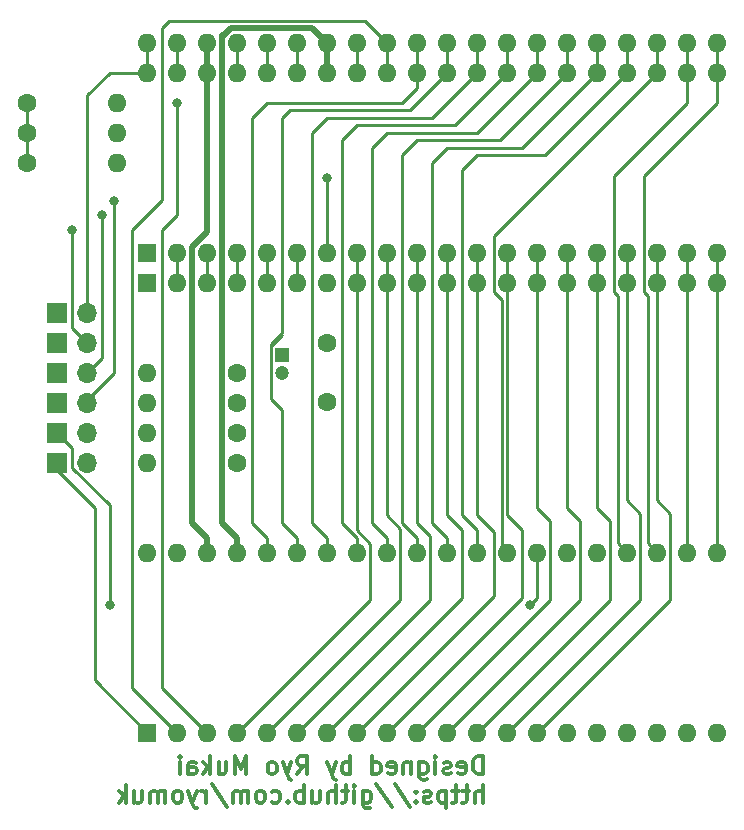
<source format=gbr>
%TF.GenerationSoftware,KiCad,Pcbnew,7.0.6*%
%TF.CreationDate,2023-07-19T18:48:29+09:00*%
%TF.ProjectId,TangNano6809MEM,54616e67-4e61-46e6-9f36-3830394d454d,rev?*%
%TF.SameCoordinates,Original*%
%TF.FileFunction,Copper,L2,Bot*%
%TF.FilePolarity,Positive*%
%FSLAX46Y46*%
G04 Gerber Fmt 4.6, Leading zero omitted, Abs format (unit mm)*
G04 Created by KiCad (PCBNEW 7.0.6) date 2023-07-19 18:48:29*
%MOMM*%
%LPD*%
G01*
G04 APERTURE LIST*
%ADD10C,0.300000*%
%TA.AperFunction,NonConductor*%
%ADD11C,0.300000*%
%TD*%
%TA.AperFunction,ComponentPad*%
%ADD12R,1.600000X1.600000*%
%TD*%
%TA.AperFunction,ComponentPad*%
%ADD13O,1.600000X1.600000*%
%TD*%
%TA.AperFunction,ComponentPad*%
%ADD14R,1.200000X1.200000*%
%TD*%
%TA.AperFunction,ComponentPad*%
%ADD15C,1.200000*%
%TD*%
%TA.AperFunction,ComponentPad*%
%ADD16R,1.700000X1.700000*%
%TD*%
%TA.AperFunction,ComponentPad*%
%ADD17O,1.700000X1.700000*%
%TD*%
%TA.AperFunction,ComponentPad*%
%ADD18C,1.600000*%
%TD*%
%TA.AperFunction,ViaPad*%
%ADD19C,0.800000*%
%TD*%
%TA.AperFunction,Conductor*%
%ADD20C,0.250000*%
%TD*%
%TA.AperFunction,Conductor*%
%ADD21C,0.500000*%
%TD*%
G04 APERTURE END LIST*
D10*
D11*
X41101489Y-69521828D02*
X41101489Y-68021828D01*
X41101489Y-68021828D02*
X40744346Y-68021828D01*
X40744346Y-68021828D02*
X40530060Y-68093257D01*
X40530060Y-68093257D02*
X40387203Y-68236114D01*
X40387203Y-68236114D02*
X40315774Y-68378971D01*
X40315774Y-68378971D02*
X40244346Y-68664685D01*
X40244346Y-68664685D02*
X40244346Y-68878971D01*
X40244346Y-68878971D02*
X40315774Y-69164685D01*
X40315774Y-69164685D02*
X40387203Y-69307542D01*
X40387203Y-69307542D02*
X40530060Y-69450400D01*
X40530060Y-69450400D02*
X40744346Y-69521828D01*
X40744346Y-69521828D02*
X41101489Y-69521828D01*
X39030060Y-69450400D02*
X39172917Y-69521828D01*
X39172917Y-69521828D02*
X39458632Y-69521828D01*
X39458632Y-69521828D02*
X39601489Y-69450400D01*
X39601489Y-69450400D02*
X39672917Y-69307542D01*
X39672917Y-69307542D02*
X39672917Y-68736114D01*
X39672917Y-68736114D02*
X39601489Y-68593257D01*
X39601489Y-68593257D02*
X39458632Y-68521828D01*
X39458632Y-68521828D02*
X39172917Y-68521828D01*
X39172917Y-68521828D02*
X39030060Y-68593257D01*
X39030060Y-68593257D02*
X38958632Y-68736114D01*
X38958632Y-68736114D02*
X38958632Y-68878971D01*
X38958632Y-68878971D02*
X39672917Y-69021828D01*
X38387203Y-69450400D02*
X38244346Y-69521828D01*
X38244346Y-69521828D02*
X37958632Y-69521828D01*
X37958632Y-69521828D02*
X37815775Y-69450400D01*
X37815775Y-69450400D02*
X37744346Y-69307542D01*
X37744346Y-69307542D02*
X37744346Y-69236114D01*
X37744346Y-69236114D02*
X37815775Y-69093257D01*
X37815775Y-69093257D02*
X37958632Y-69021828D01*
X37958632Y-69021828D02*
X38172918Y-69021828D01*
X38172918Y-69021828D02*
X38315775Y-68950400D01*
X38315775Y-68950400D02*
X38387203Y-68807542D01*
X38387203Y-68807542D02*
X38387203Y-68736114D01*
X38387203Y-68736114D02*
X38315775Y-68593257D01*
X38315775Y-68593257D02*
X38172918Y-68521828D01*
X38172918Y-68521828D02*
X37958632Y-68521828D01*
X37958632Y-68521828D02*
X37815775Y-68593257D01*
X37101489Y-69521828D02*
X37101489Y-68521828D01*
X37101489Y-68021828D02*
X37172917Y-68093257D01*
X37172917Y-68093257D02*
X37101489Y-68164685D01*
X37101489Y-68164685D02*
X37030060Y-68093257D01*
X37030060Y-68093257D02*
X37101489Y-68021828D01*
X37101489Y-68021828D02*
X37101489Y-68164685D01*
X35744346Y-68521828D02*
X35744346Y-69736114D01*
X35744346Y-69736114D02*
X35815774Y-69878971D01*
X35815774Y-69878971D02*
X35887203Y-69950400D01*
X35887203Y-69950400D02*
X36030060Y-70021828D01*
X36030060Y-70021828D02*
X36244346Y-70021828D01*
X36244346Y-70021828D02*
X36387203Y-69950400D01*
X35744346Y-69450400D02*
X35887203Y-69521828D01*
X35887203Y-69521828D02*
X36172917Y-69521828D01*
X36172917Y-69521828D02*
X36315774Y-69450400D01*
X36315774Y-69450400D02*
X36387203Y-69378971D01*
X36387203Y-69378971D02*
X36458631Y-69236114D01*
X36458631Y-69236114D02*
X36458631Y-68807542D01*
X36458631Y-68807542D02*
X36387203Y-68664685D01*
X36387203Y-68664685D02*
X36315774Y-68593257D01*
X36315774Y-68593257D02*
X36172917Y-68521828D01*
X36172917Y-68521828D02*
X35887203Y-68521828D01*
X35887203Y-68521828D02*
X35744346Y-68593257D01*
X35030060Y-68521828D02*
X35030060Y-69521828D01*
X35030060Y-68664685D02*
X34958631Y-68593257D01*
X34958631Y-68593257D02*
X34815774Y-68521828D01*
X34815774Y-68521828D02*
X34601488Y-68521828D01*
X34601488Y-68521828D02*
X34458631Y-68593257D01*
X34458631Y-68593257D02*
X34387203Y-68736114D01*
X34387203Y-68736114D02*
X34387203Y-69521828D01*
X33101488Y-69450400D02*
X33244345Y-69521828D01*
X33244345Y-69521828D02*
X33530060Y-69521828D01*
X33530060Y-69521828D02*
X33672917Y-69450400D01*
X33672917Y-69450400D02*
X33744345Y-69307542D01*
X33744345Y-69307542D02*
X33744345Y-68736114D01*
X33744345Y-68736114D02*
X33672917Y-68593257D01*
X33672917Y-68593257D02*
X33530060Y-68521828D01*
X33530060Y-68521828D02*
X33244345Y-68521828D01*
X33244345Y-68521828D02*
X33101488Y-68593257D01*
X33101488Y-68593257D02*
X33030060Y-68736114D01*
X33030060Y-68736114D02*
X33030060Y-68878971D01*
X33030060Y-68878971D02*
X33744345Y-69021828D01*
X31744346Y-69521828D02*
X31744346Y-68021828D01*
X31744346Y-69450400D02*
X31887203Y-69521828D01*
X31887203Y-69521828D02*
X32172917Y-69521828D01*
X32172917Y-69521828D02*
X32315774Y-69450400D01*
X32315774Y-69450400D02*
X32387203Y-69378971D01*
X32387203Y-69378971D02*
X32458631Y-69236114D01*
X32458631Y-69236114D02*
X32458631Y-68807542D01*
X32458631Y-68807542D02*
X32387203Y-68664685D01*
X32387203Y-68664685D02*
X32315774Y-68593257D01*
X32315774Y-68593257D02*
X32172917Y-68521828D01*
X32172917Y-68521828D02*
X31887203Y-68521828D01*
X31887203Y-68521828D02*
X31744346Y-68593257D01*
X29887203Y-69521828D02*
X29887203Y-68021828D01*
X29887203Y-68593257D02*
X29744346Y-68521828D01*
X29744346Y-68521828D02*
X29458631Y-68521828D01*
X29458631Y-68521828D02*
X29315774Y-68593257D01*
X29315774Y-68593257D02*
X29244346Y-68664685D01*
X29244346Y-68664685D02*
X29172917Y-68807542D01*
X29172917Y-68807542D02*
X29172917Y-69236114D01*
X29172917Y-69236114D02*
X29244346Y-69378971D01*
X29244346Y-69378971D02*
X29315774Y-69450400D01*
X29315774Y-69450400D02*
X29458631Y-69521828D01*
X29458631Y-69521828D02*
X29744346Y-69521828D01*
X29744346Y-69521828D02*
X29887203Y-69450400D01*
X28672917Y-68521828D02*
X28315774Y-69521828D01*
X27958631Y-68521828D02*
X28315774Y-69521828D01*
X28315774Y-69521828D02*
X28458631Y-69878971D01*
X28458631Y-69878971D02*
X28530060Y-69950400D01*
X28530060Y-69950400D02*
X28672917Y-70021828D01*
X25387203Y-69521828D02*
X25887203Y-68807542D01*
X26244346Y-69521828D02*
X26244346Y-68021828D01*
X26244346Y-68021828D02*
X25672917Y-68021828D01*
X25672917Y-68021828D02*
X25530060Y-68093257D01*
X25530060Y-68093257D02*
X25458631Y-68164685D01*
X25458631Y-68164685D02*
X25387203Y-68307542D01*
X25387203Y-68307542D02*
X25387203Y-68521828D01*
X25387203Y-68521828D02*
X25458631Y-68664685D01*
X25458631Y-68664685D02*
X25530060Y-68736114D01*
X25530060Y-68736114D02*
X25672917Y-68807542D01*
X25672917Y-68807542D02*
X26244346Y-68807542D01*
X24887203Y-68521828D02*
X24530060Y-69521828D01*
X24172917Y-68521828D02*
X24530060Y-69521828D01*
X24530060Y-69521828D02*
X24672917Y-69878971D01*
X24672917Y-69878971D02*
X24744346Y-69950400D01*
X24744346Y-69950400D02*
X24887203Y-70021828D01*
X23387203Y-69521828D02*
X23530060Y-69450400D01*
X23530060Y-69450400D02*
X23601489Y-69378971D01*
X23601489Y-69378971D02*
X23672917Y-69236114D01*
X23672917Y-69236114D02*
X23672917Y-68807542D01*
X23672917Y-68807542D02*
X23601489Y-68664685D01*
X23601489Y-68664685D02*
X23530060Y-68593257D01*
X23530060Y-68593257D02*
X23387203Y-68521828D01*
X23387203Y-68521828D02*
X23172917Y-68521828D01*
X23172917Y-68521828D02*
X23030060Y-68593257D01*
X23030060Y-68593257D02*
X22958632Y-68664685D01*
X22958632Y-68664685D02*
X22887203Y-68807542D01*
X22887203Y-68807542D02*
X22887203Y-69236114D01*
X22887203Y-69236114D02*
X22958632Y-69378971D01*
X22958632Y-69378971D02*
X23030060Y-69450400D01*
X23030060Y-69450400D02*
X23172917Y-69521828D01*
X23172917Y-69521828D02*
X23387203Y-69521828D01*
X21101489Y-69521828D02*
X21101489Y-68021828D01*
X21101489Y-68021828D02*
X20601489Y-69093257D01*
X20601489Y-69093257D02*
X20101489Y-68021828D01*
X20101489Y-68021828D02*
X20101489Y-69521828D01*
X18744346Y-68521828D02*
X18744346Y-69521828D01*
X19387203Y-68521828D02*
X19387203Y-69307542D01*
X19387203Y-69307542D02*
X19315774Y-69450400D01*
X19315774Y-69450400D02*
X19172917Y-69521828D01*
X19172917Y-69521828D02*
X18958631Y-69521828D01*
X18958631Y-69521828D02*
X18815774Y-69450400D01*
X18815774Y-69450400D02*
X18744346Y-69378971D01*
X18030060Y-69521828D02*
X18030060Y-68021828D01*
X17887203Y-68950400D02*
X17458631Y-69521828D01*
X17458631Y-68521828D02*
X18030060Y-69093257D01*
X16172917Y-69521828D02*
X16172917Y-68736114D01*
X16172917Y-68736114D02*
X16244345Y-68593257D01*
X16244345Y-68593257D02*
X16387202Y-68521828D01*
X16387202Y-68521828D02*
X16672917Y-68521828D01*
X16672917Y-68521828D02*
X16815774Y-68593257D01*
X16172917Y-69450400D02*
X16315774Y-69521828D01*
X16315774Y-69521828D02*
X16672917Y-69521828D01*
X16672917Y-69521828D02*
X16815774Y-69450400D01*
X16815774Y-69450400D02*
X16887202Y-69307542D01*
X16887202Y-69307542D02*
X16887202Y-69164685D01*
X16887202Y-69164685D02*
X16815774Y-69021828D01*
X16815774Y-69021828D02*
X16672917Y-68950400D01*
X16672917Y-68950400D02*
X16315774Y-68950400D01*
X16315774Y-68950400D02*
X16172917Y-68878971D01*
X15458631Y-69521828D02*
X15458631Y-68521828D01*
X15458631Y-68021828D02*
X15530059Y-68093257D01*
X15530059Y-68093257D02*
X15458631Y-68164685D01*
X15458631Y-68164685D02*
X15387202Y-68093257D01*
X15387202Y-68093257D02*
X15458631Y-68021828D01*
X15458631Y-68021828D02*
X15458631Y-68164685D01*
X41101489Y-71936828D02*
X41101489Y-70436828D01*
X40458632Y-71936828D02*
X40458632Y-71151114D01*
X40458632Y-71151114D02*
X40530060Y-71008257D01*
X40530060Y-71008257D02*
X40672917Y-70936828D01*
X40672917Y-70936828D02*
X40887203Y-70936828D01*
X40887203Y-70936828D02*
X41030060Y-71008257D01*
X41030060Y-71008257D02*
X41101489Y-71079685D01*
X39958631Y-70936828D02*
X39387203Y-70936828D01*
X39744346Y-70436828D02*
X39744346Y-71722542D01*
X39744346Y-71722542D02*
X39672917Y-71865400D01*
X39672917Y-71865400D02*
X39530060Y-71936828D01*
X39530060Y-71936828D02*
X39387203Y-71936828D01*
X39101488Y-70936828D02*
X38530060Y-70936828D01*
X38887203Y-70436828D02*
X38887203Y-71722542D01*
X38887203Y-71722542D02*
X38815774Y-71865400D01*
X38815774Y-71865400D02*
X38672917Y-71936828D01*
X38672917Y-71936828D02*
X38530060Y-71936828D01*
X38030060Y-70936828D02*
X38030060Y-72436828D01*
X38030060Y-71008257D02*
X37887203Y-70936828D01*
X37887203Y-70936828D02*
X37601488Y-70936828D01*
X37601488Y-70936828D02*
X37458631Y-71008257D01*
X37458631Y-71008257D02*
X37387203Y-71079685D01*
X37387203Y-71079685D02*
X37315774Y-71222542D01*
X37315774Y-71222542D02*
X37315774Y-71651114D01*
X37315774Y-71651114D02*
X37387203Y-71793971D01*
X37387203Y-71793971D02*
X37458631Y-71865400D01*
X37458631Y-71865400D02*
X37601488Y-71936828D01*
X37601488Y-71936828D02*
X37887203Y-71936828D01*
X37887203Y-71936828D02*
X38030060Y-71865400D01*
X36744345Y-71865400D02*
X36601488Y-71936828D01*
X36601488Y-71936828D02*
X36315774Y-71936828D01*
X36315774Y-71936828D02*
X36172917Y-71865400D01*
X36172917Y-71865400D02*
X36101488Y-71722542D01*
X36101488Y-71722542D02*
X36101488Y-71651114D01*
X36101488Y-71651114D02*
X36172917Y-71508257D01*
X36172917Y-71508257D02*
X36315774Y-71436828D01*
X36315774Y-71436828D02*
X36530060Y-71436828D01*
X36530060Y-71436828D02*
X36672917Y-71365400D01*
X36672917Y-71365400D02*
X36744345Y-71222542D01*
X36744345Y-71222542D02*
X36744345Y-71151114D01*
X36744345Y-71151114D02*
X36672917Y-71008257D01*
X36672917Y-71008257D02*
X36530060Y-70936828D01*
X36530060Y-70936828D02*
X36315774Y-70936828D01*
X36315774Y-70936828D02*
X36172917Y-71008257D01*
X35458631Y-71793971D02*
X35387202Y-71865400D01*
X35387202Y-71865400D02*
X35458631Y-71936828D01*
X35458631Y-71936828D02*
X35530059Y-71865400D01*
X35530059Y-71865400D02*
X35458631Y-71793971D01*
X35458631Y-71793971D02*
X35458631Y-71936828D01*
X35458631Y-71008257D02*
X35387202Y-71079685D01*
X35387202Y-71079685D02*
X35458631Y-71151114D01*
X35458631Y-71151114D02*
X35530059Y-71079685D01*
X35530059Y-71079685D02*
X35458631Y-71008257D01*
X35458631Y-71008257D02*
X35458631Y-71151114D01*
X33672916Y-70365400D02*
X34958630Y-72293971D01*
X32101487Y-70365400D02*
X33387201Y-72293971D01*
X30958630Y-70936828D02*
X30958630Y-72151114D01*
X30958630Y-72151114D02*
X31030058Y-72293971D01*
X31030058Y-72293971D02*
X31101487Y-72365400D01*
X31101487Y-72365400D02*
X31244344Y-72436828D01*
X31244344Y-72436828D02*
X31458630Y-72436828D01*
X31458630Y-72436828D02*
X31601487Y-72365400D01*
X30958630Y-71865400D02*
X31101487Y-71936828D01*
X31101487Y-71936828D02*
X31387201Y-71936828D01*
X31387201Y-71936828D02*
X31530058Y-71865400D01*
X31530058Y-71865400D02*
X31601487Y-71793971D01*
X31601487Y-71793971D02*
X31672915Y-71651114D01*
X31672915Y-71651114D02*
X31672915Y-71222542D01*
X31672915Y-71222542D02*
X31601487Y-71079685D01*
X31601487Y-71079685D02*
X31530058Y-71008257D01*
X31530058Y-71008257D02*
X31387201Y-70936828D01*
X31387201Y-70936828D02*
X31101487Y-70936828D01*
X31101487Y-70936828D02*
X30958630Y-71008257D01*
X30244344Y-71936828D02*
X30244344Y-70936828D01*
X30244344Y-70436828D02*
X30315772Y-70508257D01*
X30315772Y-70508257D02*
X30244344Y-70579685D01*
X30244344Y-70579685D02*
X30172915Y-70508257D01*
X30172915Y-70508257D02*
X30244344Y-70436828D01*
X30244344Y-70436828D02*
X30244344Y-70579685D01*
X29744343Y-70936828D02*
X29172915Y-70936828D01*
X29530058Y-70436828D02*
X29530058Y-71722542D01*
X29530058Y-71722542D02*
X29458629Y-71865400D01*
X29458629Y-71865400D02*
X29315772Y-71936828D01*
X29315772Y-71936828D02*
X29172915Y-71936828D01*
X28672915Y-71936828D02*
X28672915Y-70436828D01*
X28030058Y-71936828D02*
X28030058Y-71151114D01*
X28030058Y-71151114D02*
X28101486Y-71008257D01*
X28101486Y-71008257D02*
X28244343Y-70936828D01*
X28244343Y-70936828D02*
X28458629Y-70936828D01*
X28458629Y-70936828D02*
X28601486Y-71008257D01*
X28601486Y-71008257D02*
X28672915Y-71079685D01*
X26672915Y-70936828D02*
X26672915Y-71936828D01*
X27315772Y-70936828D02*
X27315772Y-71722542D01*
X27315772Y-71722542D02*
X27244343Y-71865400D01*
X27244343Y-71865400D02*
X27101486Y-71936828D01*
X27101486Y-71936828D02*
X26887200Y-71936828D01*
X26887200Y-71936828D02*
X26744343Y-71865400D01*
X26744343Y-71865400D02*
X26672915Y-71793971D01*
X25958629Y-71936828D02*
X25958629Y-70436828D01*
X25958629Y-71008257D02*
X25815772Y-70936828D01*
X25815772Y-70936828D02*
X25530057Y-70936828D01*
X25530057Y-70936828D02*
X25387200Y-71008257D01*
X25387200Y-71008257D02*
X25315772Y-71079685D01*
X25315772Y-71079685D02*
X25244343Y-71222542D01*
X25244343Y-71222542D02*
X25244343Y-71651114D01*
X25244343Y-71651114D02*
X25315772Y-71793971D01*
X25315772Y-71793971D02*
X25387200Y-71865400D01*
X25387200Y-71865400D02*
X25530057Y-71936828D01*
X25530057Y-71936828D02*
X25815772Y-71936828D01*
X25815772Y-71936828D02*
X25958629Y-71865400D01*
X24601486Y-71793971D02*
X24530057Y-71865400D01*
X24530057Y-71865400D02*
X24601486Y-71936828D01*
X24601486Y-71936828D02*
X24672914Y-71865400D01*
X24672914Y-71865400D02*
X24601486Y-71793971D01*
X24601486Y-71793971D02*
X24601486Y-71936828D01*
X23244343Y-71865400D02*
X23387200Y-71936828D01*
X23387200Y-71936828D02*
X23672914Y-71936828D01*
X23672914Y-71936828D02*
X23815771Y-71865400D01*
X23815771Y-71865400D02*
X23887200Y-71793971D01*
X23887200Y-71793971D02*
X23958628Y-71651114D01*
X23958628Y-71651114D02*
X23958628Y-71222542D01*
X23958628Y-71222542D02*
X23887200Y-71079685D01*
X23887200Y-71079685D02*
X23815771Y-71008257D01*
X23815771Y-71008257D02*
X23672914Y-70936828D01*
X23672914Y-70936828D02*
X23387200Y-70936828D01*
X23387200Y-70936828D02*
X23244343Y-71008257D01*
X22387200Y-71936828D02*
X22530057Y-71865400D01*
X22530057Y-71865400D02*
X22601486Y-71793971D01*
X22601486Y-71793971D02*
X22672914Y-71651114D01*
X22672914Y-71651114D02*
X22672914Y-71222542D01*
X22672914Y-71222542D02*
X22601486Y-71079685D01*
X22601486Y-71079685D02*
X22530057Y-71008257D01*
X22530057Y-71008257D02*
X22387200Y-70936828D01*
X22387200Y-70936828D02*
X22172914Y-70936828D01*
X22172914Y-70936828D02*
X22030057Y-71008257D01*
X22030057Y-71008257D02*
X21958629Y-71079685D01*
X21958629Y-71079685D02*
X21887200Y-71222542D01*
X21887200Y-71222542D02*
X21887200Y-71651114D01*
X21887200Y-71651114D02*
X21958629Y-71793971D01*
X21958629Y-71793971D02*
X22030057Y-71865400D01*
X22030057Y-71865400D02*
X22172914Y-71936828D01*
X22172914Y-71936828D02*
X22387200Y-71936828D01*
X21244343Y-71936828D02*
X21244343Y-70936828D01*
X21244343Y-71079685D02*
X21172914Y-71008257D01*
X21172914Y-71008257D02*
X21030057Y-70936828D01*
X21030057Y-70936828D02*
X20815771Y-70936828D01*
X20815771Y-70936828D02*
X20672914Y-71008257D01*
X20672914Y-71008257D02*
X20601486Y-71151114D01*
X20601486Y-71151114D02*
X20601486Y-71936828D01*
X20601486Y-71151114D02*
X20530057Y-71008257D01*
X20530057Y-71008257D02*
X20387200Y-70936828D01*
X20387200Y-70936828D02*
X20172914Y-70936828D01*
X20172914Y-70936828D02*
X20030057Y-71008257D01*
X20030057Y-71008257D02*
X19958628Y-71151114D01*
X19958628Y-71151114D02*
X19958628Y-71936828D01*
X18172914Y-70365400D02*
X19458628Y-72293971D01*
X17672914Y-71936828D02*
X17672914Y-70936828D01*
X17672914Y-71222542D02*
X17601485Y-71079685D01*
X17601485Y-71079685D02*
X17530057Y-71008257D01*
X17530057Y-71008257D02*
X17387199Y-70936828D01*
X17387199Y-70936828D02*
X17244342Y-70936828D01*
X16887200Y-70936828D02*
X16530057Y-71936828D01*
X16172914Y-70936828D02*
X16530057Y-71936828D01*
X16530057Y-71936828D02*
X16672914Y-72293971D01*
X16672914Y-72293971D02*
X16744343Y-72365400D01*
X16744343Y-72365400D02*
X16887200Y-72436828D01*
X15387200Y-71936828D02*
X15530057Y-71865400D01*
X15530057Y-71865400D02*
X15601486Y-71793971D01*
X15601486Y-71793971D02*
X15672914Y-71651114D01*
X15672914Y-71651114D02*
X15672914Y-71222542D01*
X15672914Y-71222542D02*
X15601486Y-71079685D01*
X15601486Y-71079685D02*
X15530057Y-71008257D01*
X15530057Y-71008257D02*
X15387200Y-70936828D01*
X15387200Y-70936828D02*
X15172914Y-70936828D01*
X15172914Y-70936828D02*
X15030057Y-71008257D01*
X15030057Y-71008257D02*
X14958629Y-71079685D01*
X14958629Y-71079685D02*
X14887200Y-71222542D01*
X14887200Y-71222542D02*
X14887200Y-71651114D01*
X14887200Y-71651114D02*
X14958629Y-71793971D01*
X14958629Y-71793971D02*
X15030057Y-71865400D01*
X15030057Y-71865400D02*
X15172914Y-71936828D01*
X15172914Y-71936828D02*
X15387200Y-71936828D01*
X14244343Y-71936828D02*
X14244343Y-70936828D01*
X14244343Y-71079685D02*
X14172914Y-71008257D01*
X14172914Y-71008257D02*
X14030057Y-70936828D01*
X14030057Y-70936828D02*
X13815771Y-70936828D01*
X13815771Y-70936828D02*
X13672914Y-71008257D01*
X13672914Y-71008257D02*
X13601486Y-71151114D01*
X13601486Y-71151114D02*
X13601486Y-71936828D01*
X13601486Y-71151114D02*
X13530057Y-71008257D01*
X13530057Y-71008257D02*
X13387200Y-70936828D01*
X13387200Y-70936828D02*
X13172914Y-70936828D01*
X13172914Y-70936828D02*
X13030057Y-71008257D01*
X13030057Y-71008257D02*
X12958628Y-71151114D01*
X12958628Y-71151114D02*
X12958628Y-71936828D01*
X11601486Y-70936828D02*
X11601486Y-71936828D01*
X12244343Y-70936828D02*
X12244343Y-71722542D01*
X12244343Y-71722542D02*
X12172914Y-71865400D01*
X12172914Y-71865400D02*
X12030057Y-71936828D01*
X12030057Y-71936828D02*
X11815771Y-71936828D01*
X11815771Y-71936828D02*
X11672914Y-71865400D01*
X11672914Y-71865400D02*
X11601486Y-71793971D01*
X10887200Y-71936828D02*
X10887200Y-70436828D01*
X10744343Y-71365400D02*
X10315771Y-71936828D01*
X10315771Y-70936828D02*
X10887200Y-71508257D01*
D12*
%TO.P,J1,1,Pin_1*%
%TO.N,DBG*%
X12700000Y-66040000D03*
D13*
%TO.P,J1,2,Pin_2*%
%TO.N,RW_n*%
X15240000Y-66040000D03*
%TO.P,J1,3,Pin_3*%
%TO.N,RESET_n*%
X17780000Y-66040000D03*
%TO.P,J1,4,Pin_4*%
%TO.N,A0*%
X20320000Y-66040000D03*
%TO.P,J1,5,Pin_5*%
%TO.N,A1*%
X22860000Y-66040000D03*
%TO.P,J1,6,Pin_6*%
%TO.N,A2*%
X25400000Y-66040000D03*
%TO.P,J1,7,Pin_7*%
%TO.N,A3*%
X27940000Y-66040000D03*
%TO.P,J1,8,Pin_8*%
%TO.N,A4*%
X30480000Y-66040000D03*
%TO.P,J1,9,Pin_9*%
%TO.N,A5*%
X33020000Y-66040000D03*
%TO.P,J1,10,Pin_10*%
%TO.N,A6*%
X35560000Y-66040000D03*
%TO.P,J1,11,Pin_11*%
%TO.N,A7*%
X38100000Y-66040000D03*
%TO.P,J1,12,Pin_12*%
%TO.N,A8*%
X40640000Y-66040000D03*
%TO.P,J1,13,Pin_13*%
%TO.N,A9*%
X43180000Y-66040000D03*
%TO.P,J1,14,Pin_14*%
%TO.N,A10*%
X45720000Y-66040000D03*
%TO.P,J1,15,Pin_15*%
%TO.N,PIN17*%
X48260000Y-66040000D03*
%TO.P,J1,16,Pin_16*%
%TO.N,PIN20*%
X50800000Y-66040000D03*
%TO.P,J1,17,Pin_17*%
%TO.N,PIN19*%
X53340000Y-66040000D03*
%TO.P,J1,18,Pin_18*%
%TO.N,PIN18*%
X55880000Y-66040000D03*
%TO.P,J1,19,Pin_19*%
%TO.N,unconnected-(J1-Pin_19-Pad19)*%
X58420000Y-66040000D03*
%TO.P,J1,20,Pin_20*%
%TO.N,GND*%
X60960000Y-66040000D03*
%TO.P,J1,21,Pin_21*%
%TO.N,A12*%
X60960000Y-50800000D03*
%TO.P,J1,22,Pin_22*%
%TO.N,A11*%
X58420000Y-50800000D03*
%TO.P,J1,23,Pin_23*%
%TO.N,A13*%
X55880000Y-50800000D03*
%TO.P,J1,24,Pin_24*%
%TO.N,A14*%
X53340000Y-50800000D03*
%TO.P,J1,25,Pin_25*%
%TO.N,unconnected-(J1-Pin_25-Pad25)*%
X50800000Y-50800000D03*
%TO.P,J1,26,Pin_26*%
%TO.N,GND*%
X48260000Y-50800000D03*
%TO.P,J1,27,Pin_27*%
%TO.N,LED_RGB*%
X45720000Y-50800000D03*
%TO.P,J1,28,Pin_28*%
%TO.N,A15*%
X43180000Y-50800000D03*
%TO.P,J1,29,Pin_29*%
%TO.N,D7*%
X40640000Y-50800000D03*
%TO.P,J1,30,Pin_30*%
%TO.N,D6*%
X38100000Y-50800000D03*
%TO.P,J1,31,Pin_31*%
%TO.N,D5*%
X35560000Y-50800000D03*
%TO.P,J1,32,Pin_32*%
%TO.N,D4*%
X33020000Y-50800000D03*
%TO.P,J1,33,Pin_33*%
%TO.N,D3*%
X30480000Y-50800000D03*
%TO.P,J1,34,Pin_34*%
%TO.N,D2*%
X27940000Y-50800000D03*
%TO.P,J1,35,Pin_35*%
%TO.N,D1*%
X25400000Y-50800000D03*
%TO.P,J1,36,Pin_36*%
%TO.N,D0*%
X22860000Y-50800000D03*
%TO.P,J1,37,Pin_37*%
%TO.N,E*%
X20320000Y-50800000D03*
%TO.P,J1,38,Pin_38*%
%TO.N,CLK*%
X17780000Y-50800000D03*
%TO.P,J1,39,Pin_39*%
%TO.N,GND*%
X15240000Y-50800000D03*
%TO.P,J1,40,Pin_40*%
%TO.N,VCC*%
X12700000Y-50800000D03*
%TD*%
D14*
%TO.P,C2,1*%
%TO.N,VCC*%
X24130000Y-34060000D03*
D15*
%TO.P,C2,2*%
%TO.N,GND*%
X24130000Y-35560000D03*
%TD*%
D16*
%TO.P,J3,1,Pin_1*%
%TO.N,DBG*%
X5080000Y-43180000D03*
D17*
%TO.P,J3,2,Pin_2*%
%TO.N,GND*%
X7620000Y-43180000D03*
%TD*%
D18*
%TO.P,R3,1*%
%TO.N,VCC*%
X20320000Y-40640000D03*
D13*
%TO.P,R3,2*%
%TO.N,IRQ_n*%
X12700000Y-40640000D03*
%TD*%
D18*
%TO.P,R1,1*%
%TO.N,VCC*%
X2540000Y-12700000D03*
D13*
%TO.P,R1,2*%
%TO.N,RESET_n*%
X10160000Y-12700000D03*
%TD*%
D16*
%TO.P,J8,1,Pin_1*%
%TO.N,LED_RGB*%
X5080000Y-40640000D03*
D17*
%TO.P,J8,2,Pin_2*%
%TO.N,GND*%
X7620000Y-40640000D03*
%TD*%
D18*
%TO.P,R4,1*%
%TO.N,VCC*%
X20320000Y-43180000D03*
D13*
%TO.P,R4,2*%
%TO.N,FIRQ_n*%
X12700000Y-43180000D03*
%TD*%
D18*
%TO.P,R2,1*%
%TO.N,VCC*%
X20320000Y-38100000D03*
D13*
%TO.P,R2,2*%
%TO.N,NMI_n*%
X12700000Y-38100000D03*
%TD*%
D18*
%TO.P,R7,1*%
%TO.N,VCC*%
X2540000Y-15240000D03*
D13*
%TO.P,R7,2*%
%TO.N,MRDY*%
X10160000Y-15240000D03*
%TD*%
D16*
%TO.P,J4,1,Pin_1*%
%TO.N,PIN17*%
X5080000Y-30480000D03*
D17*
%TO.P,J4,2,Pin_2*%
%TO.N,HALT_n*%
X7620000Y-30480000D03*
%TD*%
D16*
%TO.P,J5,1,Pin_1*%
%TO.N,PIN20*%
X5080000Y-33020000D03*
D17*
%TO.P,J5,2,Pin_2*%
%TO.N,NMI_n*%
X7620000Y-33020000D03*
%TD*%
D18*
%TO.P,R5,1*%
%TO.N,VCC*%
X2540000Y-17780000D03*
D13*
%TO.P,R5,2*%
%TO.N,DMA_BREQ_n*%
X10160000Y-17780000D03*
%TD*%
D18*
%TO.P,C1,1*%
%TO.N,VCC*%
X27940000Y-33020000D03*
%TO.P,C1,2*%
%TO.N,GND*%
X27940000Y-38020000D03*
%TD*%
D12*
%TO.P,U1,1,VSS*%
%TO.N,GND*%
X12700000Y-25400000D03*
D13*
%TO.P,U1,2,~{NMI}*%
%TO.N,NMI_n*%
X15240000Y-25400000D03*
%TO.P,U1,3,~{IRQ}*%
%TO.N,IRQ_n*%
X17780000Y-25400000D03*
%TO.P,U1,4,~{FIRQ}*%
%TO.N,FIRQ_n*%
X20320000Y-25400000D03*
%TO.P,U1,5,BS*%
%TO.N,BS*%
X22860000Y-25400000D03*
%TO.P,U1,6,BA*%
%TO.N,BA*%
X25400000Y-25400000D03*
%TO.P,U1,7,VCC*%
%TO.N,VCC*%
X27940000Y-25400000D03*
%TO.P,U1,8,A0*%
%TO.N,A0*%
X30480000Y-25400000D03*
%TO.P,U1,9,A1*%
%TO.N,A1*%
X33020000Y-25400000D03*
%TO.P,U1,10,A2*%
%TO.N,A2*%
X35560000Y-25400000D03*
%TO.P,U1,11,A3*%
%TO.N,A3*%
X38100000Y-25400000D03*
%TO.P,U1,12,A4*%
%TO.N,A4*%
X40640000Y-25400000D03*
%TO.P,U1,13,A5*%
%TO.N,A5*%
X43180000Y-25400000D03*
%TO.P,U1,14,A6*%
%TO.N,A6*%
X45720000Y-25400000D03*
%TO.P,U1,15,A7*%
%TO.N,A7*%
X48260000Y-25400000D03*
%TO.P,U1,16,A8*%
%TO.N,A8*%
X50800000Y-25400000D03*
%TO.P,U1,17,A9*%
%TO.N,A9*%
X53340000Y-25400000D03*
%TO.P,U1,18,A10*%
%TO.N,A10*%
X55880000Y-25400000D03*
%TO.P,U1,19,A11*%
%TO.N,A11*%
X58420000Y-25400000D03*
%TO.P,U1,20,A12*%
%TO.N,A12*%
X60960000Y-25400000D03*
%TO.P,U1,21,A13*%
%TO.N,A13*%
X60960000Y-10160000D03*
%TO.P,U1,22,A14*%
%TO.N,A14*%
X58420000Y-10160000D03*
%TO.P,U1,23,A15*%
%TO.N,A15*%
X55880000Y-10160000D03*
%TO.P,U1,24,D7*%
%TO.N,D7*%
X53340000Y-10160000D03*
%TO.P,U1,25,D6*%
%TO.N,D6*%
X50800000Y-10160000D03*
%TO.P,U1,26,D5*%
%TO.N,D5*%
X48260000Y-10160000D03*
%TO.P,U1,27,D4*%
%TO.N,D4*%
X45720000Y-10160000D03*
%TO.P,U1,28,D3*%
%TO.N,D3*%
X43180000Y-10160000D03*
%TO.P,U1,29,D2*%
%TO.N,D2*%
X40640000Y-10160000D03*
%TO.P,U1,30,D1*%
%TO.N,D1*%
X38100000Y-10160000D03*
%TO.P,U1,31,D0*%
%TO.N,D0*%
X35560000Y-10160000D03*
%TO.P,U1,32,R/~{W}*%
%TO.N,RW_n*%
X33020000Y-10160000D03*
%TO.P,U1,33,~{DMA/BREQ}*%
%TO.N,DMA_BREQ_n*%
X30480000Y-10160000D03*
%TO.P,U1,34,E*%
%TO.N,E*%
X27940000Y-10160000D03*
%TO.P,U1,35,Q*%
%TO.N,Q*%
X25400000Y-10160000D03*
%TO.P,U1,36,MRDY*%
%TO.N,MRDY*%
X22860000Y-10160000D03*
%TO.P,U1,37,~{RESET}*%
%TO.N,RESET_n*%
X20320000Y-10160000D03*
%TO.P,U1,38,EXTAL*%
%TO.N,CLK*%
X17780000Y-10160000D03*
%TO.P,U1,39,XTAL*%
%TO.N,GND*%
X15240000Y-10160000D03*
%TO.P,U1,40,~{HALT}*%
%TO.N,HALT_n*%
X12700000Y-10160000D03*
%TD*%
D12*
%TO.P,J2,1,Pin_1*%
%TO.N,GND*%
X12700000Y-27940000D03*
D13*
%TO.P,J2,2,Pin_2*%
%TO.N,NMI_n*%
X15240000Y-27940000D03*
%TO.P,J2,3,Pin_3*%
%TO.N,IRQ_n*%
X17780000Y-27940000D03*
%TO.P,J2,4,Pin_4*%
%TO.N,FIRQ_n*%
X20320000Y-27940000D03*
%TO.P,J2,5,Pin_5*%
%TO.N,BS*%
X22860000Y-27940000D03*
%TO.P,J2,6,Pin_6*%
%TO.N,BA*%
X25400000Y-27940000D03*
%TO.P,J2,7,Pin_7*%
%TO.N,VCC*%
X27940000Y-27940000D03*
%TO.P,J2,8,Pin_8*%
%TO.N,A0*%
X30480000Y-27940000D03*
%TO.P,J2,9,Pin_9*%
%TO.N,A1*%
X33020000Y-27940000D03*
%TO.P,J2,10,Pin_10*%
%TO.N,A2*%
X35560000Y-27940000D03*
%TO.P,J2,11,Pin_11*%
%TO.N,A3*%
X38100000Y-27940000D03*
%TO.P,J2,12,Pin_12*%
%TO.N,A4*%
X40640000Y-27940000D03*
%TO.P,J2,13,Pin_13*%
%TO.N,A5*%
X43180000Y-27940000D03*
%TO.P,J2,14,Pin_14*%
%TO.N,A6*%
X45720000Y-27940000D03*
%TO.P,J2,15,Pin_15*%
%TO.N,A7*%
X48260000Y-27940000D03*
%TO.P,J2,16,Pin_16*%
%TO.N,A8*%
X50800000Y-27940000D03*
%TO.P,J2,17,Pin_17*%
%TO.N,A9*%
X53340000Y-27940000D03*
%TO.P,J2,18,Pin_18*%
%TO.N,A10*%
X55880000Y-27940000D03*
%TO.P,J2,19,Pin_19*%
%TO.N,A11*%
X58420000Y-27940000D03*
%TO.P,J2,20,Pin_20*%
%TO.N,A12*%
X60960000Y-27940000D03*
%TO.P,J2,21,Pin_21*%
%TO.N,A13*%
X60960000Y-7620000D03*
%TO.P,J2,22,Pin_22*%
%TO.N,A14*%
X58420000Y-7620000D03*
%TO.P,J2,23,Pin_23*%
%TO.N,A15*%
X55880000Y-7620000D03*
%TO.P,J2,24,Pin_24*%
%TO.N,D7*%
X53340000Y-7620000D03*
%TO.P,J2,25,Pin_25*%
%TO.N,D6*%
X50800000Y-7620000D03*
%TO.P,J2,26,Pin_26*%
%TO.N,D5*%
X48260000Y-7620000D03*
%TO.P,J2,27,Pin_27*%
%TO.N,D4*%
X45720000Y-7620000D03*
%TO.P,J2,28,Pin_28*%
%TO.N,D3*%
X43180000Y-7620000D03*
%TO.P,J2,29,Pin_29*%
%TO.N,D2*%
X40640000Y-7620000D03*
%TO.P,J2,30,Pin_30*%
%TO.N,D1*%
X38100000Y-7620000D03*
%TO.P,J2,31,Pin_31*%
%TO.N,D0*%
X35560000Y-7620000D03*
%TO.P,J2,32,Pin_32*%
%TO.N,RW_n*%
X33020000Y-7620000D03*
%TO.P,J2,33,Pin_33*%
%TO.N,DMA_BREQ_n*%
X30480000Y-7620000D03*
%TO.P,J2,34,Pin_34*%
%TO.N,E*%
X27940000Y-7620000D03*
%TO.P,J2,35,Pin_35*%
%TO.N,Q*%
X25400000Y-7620000D03*
%TO.P,J2,36,Pin_36*%
%TO.N,MRDY*%
X22860000Y-7620000D03*
%TO.P,J2,37,Pin_37*%
%TO.N,RESET_n*%
X20320000Y-7620000D03*
%TO.P,J2,38,Pin_38*%
%TO.N,CLK*%
X17780000Y-7620000D03*
%TO.P,J2,39,Pin_39*%
%TO.N,GND*%
X15240000Y-7620000D03*
%TO.P,J2,40,Pin_40*%
%TO.N,HALT_n*%
X12700000Y-7620000D03*
%TD*%
D16*
%TO.P,J7,1,Pin_1*%
%TO.N,PIN18*%
X5080000Y-38100000D03*
D17*
%TO.P,J7,2,Pin_2*%
%TO.N,FIRQ_n*%
X7620000Y-38100000D03*
%TD*%
D18*
%TO.P,R6,1*%
%TO.N,VCC*%
X20320000Y-35560000D03*
D13*
%TO.P,R6,2*%
%TO.N,HALT_n*%
X12700000Y-35560000D03*
%TD*%
D16*
%TO.P,J6,1,Pin_1*%
%TO.N,PIN19*%
X5080000Y-35560000D03*
D17*
%TO.P,J6,2,Pin_2*%
%TO.N,IRQ_n*%
X7620000Y-35560000D03*
%TD*%
D19*
%TO.N,FIRQ_n*%
X9885500Y-21017899D03*
%TO.N,IRQ_n*%
X8890000Y-22225000D03*
%TO.N,NMI_n*%
X6350000Y-23495000D03*
%TO.N,RESET_n*%
X15240000Y-12700000D03*
%TO.N,LED_RGB*%
X9525000Y-55245000D03*
X45085000Y-55245000D03*
%TO.N,VCC*%
X27940000Y-19050000D03*
%TD*%
D20*
%TO.N,RW_n*%
X11430000Y-23495000D02*
X13970000Y-20955000D01*
X11430000Y-62230000D02*
X11430000Y-23495000D01*
X15240000Y-66040000D02*
X11430000Y-62230000D01*
X13970000Y-6350000D02*
X13970000Y-20955000D01*
X14545000Y-5775000D02*
X13970000Y-6350000D01*
X31175000Y-5775000D02*
X14545000Y-5775000D01*
X33020000Y-7620000D02*
X31175000Y-5775000D01*
%TO.N,RESET_n*%
X13970000Y-62230000D02*
X17780000Y-66040000D01*
X13970000Y-23495000D02*
X13970000Y-62230000D01*
X15240000Y-22225000D02*
X13970000Y-23495000D01*
X15240000Y-12700000D02*
X15240000Y-22225000D01*
%TO.N,HALT_n*%
X9525000Y-10160000D02*
X12700000Y-10160000D01*
X7620000Y-12065000D02*
X9525000Y-10160000D01*
X7620000Y-30480000D02*
X7620000Y-12065000D01*
%TO.N,FIRQ_n*%
X7620000Y-37846000D02*
X9885500Y-35580500D01*
X9885500Y-35580500D02*
X9885500Y-21017899D01*
%TO.N,IRQ_n*%
X8890000Y-34290000D02*
X8890000Y-22225000D01*
X7620000Y-35560000D02*
X8890000Y-34290000D01*
%TO.N,NMI_n*%
X7620000Y-33020000D02*
X6350000Y-31750000D01*
X6350000Y-31750000D02*
X6350000Y-23495000D01*
%TO.N,GND*%
X15240000Y-10160000D02*
X15240000Y-7620000D01*
%TO.N,A8*%
X50800000Y-25400000D02*
X50800000Y-27940000D01*
X50800000Y-46990000D02*
X50800000Y-27940000D01*
X40640000Y-66040000D02*
X51925000Y-54755000D01*
X51925000Y-48115000D02*
X50800000Y-46990000D01*
X51925000Y-54755000D02*
X51925000Y-48115000D01*
%TO.N,A9*%
X43180000Y-66040000D02*
X54465000Y-54755000D01*
X53340000Y-27940000D02*
X53340000Y-25400000D01*
X53340000Y-46355000D02*
X53340000Y-27940000D01*
X54465000Y-54755000D02*
X54465000Y-47480000D01*
X54465000Y-47480000D02*
X53340000Y-46355000D01*
%TO.N,RESET_n*%
X20320000Y-7620000D02*
X20320000Y-10160000D01*
%TO.N,DBG*%
X8255000Y-61595000D02*
X8255000Y-46990000D01*
X12700000Y-66040000D02*
X8255000Y-61595000D01*
X5080000Y-43815000D02*
X5080000Y-43180000D01*
X8255000Y-46990000D02*
X5080000Y-43815000D01*
%TO.N,D4*%
X45720000Y-7620000D02*
X45720000Y-10160000D01*
X33020000Y-49530000D02*
X31750000Y-48260000D01*
X45720000Y-10160000D02*
X40640000Y-15240000D01*
X31750000Y-48260000D02*
X31750000Y-16510000D01*
X40640000Y-15240000D02*
X33020000Y-15240000D01*
X33020000Y-50800000D02*
X33020000Y-49530000D01*
X33020000Y-15240000D02*
X31750000Y-16510000D01*
%TO.N,A10*%
X55880000Y-25400000D02*
X55880000Y-27940000D01*
X57005000Y-47480000D02*
X55880000Y-46355000D01*
X57005000Y-54755000D02*
X57005000Y-47480000D01*
X55880000Y-46355000D02*
X55880000Y-27940000D01*
X45720000Y-66040000D02*
X57005000Y-54755000D01*
%TO.N,A11*%
X58420000Y-27940000D02*
X58420000Y-25400000D01*
X58420000Y-50800000D02*
X58420000Y-27940000D01*
%TO.N,D3*%
X29230001Y-15895001D02*
X29210000Y-15875000D01*
X43180000Y-7620000D02*
X43180000Y-10160000D01*
X30480000Y-14605000D02*
X29210000Y-15875000D01*
X29210000Y-48260000D02*
X29230001Y-48239999D01*
X29230001Y-48239999D02*
X29230001Y-15895001D01*
X30480000Y-50800000D02*
X30480000Y-49530000D01*
X43180000Y-10160000D02*
X38735000Y-14605000D01*
X38735000Y-14605000D02*
X30480000Y-14605000D01*
X30480000Y-49530000D02*
X29210000Y-48260000D01*
%TO.N,D5*%
X35560000Y-15875000D02*
X34290000Y-17145000D01*
X48260000Y-10160000D02*
X42545000Y-15875000D01*
X42545000Y-15875000D02*
X35560000Y-15875000D01*
X35560000Y-49530000D02*
X34290000Y-48260000D01*
X35560000Y-50800000D02*
X35560000Y-49530000D01*
X34290000Y-48260000D02*
X34290000Y-17145000D01*
X48260000Y-7620000D02*
X48260000Y-10160000D01*
%TO.N,D6*%
X38100000Y-49530000D02*
X36830000Y-48260000D01*
X36830000Y-48260000D02*
X36830000Y-17780000D01*
X50800000Y-10160000D02*
X44450000Y-16510000D01*
X38100000Y-50800000D02*
X38100000Y-49530000D01*
X50800000Y-7620000D02*
X50800000Y-10160000D01*
X44450000Y-16510000D02*
X38100000Y-16510000D01*
X38100000Y-16510000D02*
X36830000Y-17780000D01*
%TO.N,D2*%
X26670000Y-48260000D02*
X26670000Y-15240000D01*
X40640000Y-7620000D02*
X40640000Y-10160000D01*
X40640000Y-10160000D02*
X36830000Y-13970000D01*
X27940000Y-13970000D02*
X26670000Y-15240000D01*
X36830000Y-13970000D02*
X27940000Y-13970000D01*
X27940000Y-49530000D02*
X26670000Y-48260000D01*
X27940000Y-50800000D02*
X27940000Y-49530000D01*
%TO.N,D7*%
X39370000Y-18415000D02*
X39370000Y-47625000D01*
X46355000Y-17145000D02*
X40640000Y-17145000D01*
X53340000Y-10160000D02*
X46355000Y-17145000D01*
X53340000Y-7620000D02*
X53340000Y-10160000D01*
X40640000Y-48895000D02*
X40640000Y-50800000D01*
X40640000Y-17145000D02*
X39370000Y-18415000D01*
X39370000Y-47625000D02*
X40640000Y-48895000D01*
%TO.N,D0*%
X21590000Y-13970000D02*
X22860000Y-12700000D01*
X21590000Y-48260000D02*
X21590000Y-13970000D01*
X22860000Y-49530000D02*
X21590000Y-48260000D01*
X35560000Y-7620000D02*
X35560000Y-10160000D01*
X35560000Y-11430000D02*
X34290000Y-12700000D01*
X34290000Y-12700000D02*
X22860000Y-12700000D01*
X22860000Y-50800000D02*
X22860000Y-49530000D01*
X35560000Y-10160000D02*
X35560000Y-11430000D01*
%TO.N,D1*%
X24130000Y-32210000D02*
X23205000Y-33135000D01*
X23205000Y-37810000D02*
X24130000Y-38735000D01*
X23205000Y-33135000D02*
X23205000Y-37810000D01*
X38100000Y-7620000D02*
X38100000Y-10160000D01*
X24130000Y-48260000D02*
X25400000Y-49530000D01*
X23205000Y-33310000D02*
X24130000Y-32385000D01*
X24130000Y-13970000D02*
X24130000Y-32210000D01*
X25400000Y-50800000D02*
X25400000Y-49530000D01*
X38100000Y-10160000D02*
X34925000Y-13335000D01*
X24130000Y-38735000D02*
X24130000Y-48260000D01*
X34925000Y-13335000D02*
X24765000Y-13335000D01*
X24765000Y-13335000D02*
X24130000Y-13970000D01*
%TO.N,A12*%
X60960000Y-25400000D02*
X60960000Y-27940000D01*
X60960000Y-50800000D02*
X60960000Y-27940000D01*
%TO.N,A13*%
X60960000Y-12700000D02*
X60960000Y-10160000D01*
X54755000Y-18905000D02*
X60960000Y-12700000D01*
X55080001Y-29045001D02*
X54755000Y-28720000D01*
X60960000Y-7620000D02*
X60960000Y-10160000D01*
X54755000Y-28720000D02*
X54755000Y-18905000D01*
X55080001Y-50000001D02*
X55080001Y-29045001D01*
X55880000Y-50800000D02*
X55080001Y-50000001D01*
%TO.N,A14*%
X52215000Y-28720000D02*
X52215000Y-18905000D01*
X52215000Y-18905000D02*
X58420000Y-12700000D01*
X58420000Y-7620000D02*
X58420000Y-10160000D01*
X52540001Y-50000001D02*
X52540001Y-29045001D01*
X52540001Y-29045001D02*
X52215000Y-28720000D01*
X58420000Y-12700000D02*
X58420000Y-10160000D01*
X53340000Y-50800000D02*
X52540001Y-50000001D01*
%TO.N,A15*%
X42055000Y-23985000D02*
X55880000Y-10160000D01*
X43180000Y-50800000D02*
X42730000Y-50350000D01*
X55880000Y-7620000D02*
X55880000Y-10160000D01*
X42730000Y-50350000D02*
X42730000Y-29395000D01*
X42055000Y-28720000D02*
X42055000Y-23985000D01*
X42730000Y-29395000D02*
X42055000Y-28720000D01*
D21*
%TO.N,CLK*%
X16510000Y-24902233D02*
X16510000Y-48260000D01*
X17780000Y-23632233D02*
X16510000Y-24902233D01*
X17780000Y-49530000D02*
X17780000Y-50800000D01*
X17780000Y-7620000D02*
X17780000Y-10160000D01*
X16510000Y-48260000D02*
X17780000Y-49530000D01*
X17780000Y-10160000D02*
X17780000Y-23632233D01*
D20*
%TO.N,RW_n*%
X33020000Y-7620000D02*
X33020000Y-10160000D01*
%TO.N,A7*%
X48260000Y-46990000D02*
X48260000Y-27940000D01*
X48260000Y-27940000D02*
X48260000Y-25400000D01*
X38100000Y-66040000D02*
X49385000Y-54755000D01*
X49385000Y-54755000D02*
X49385000Y-48115000D01*
X49385000Y-48115000D02*
X48260000Y-46990000D01*
%TO.N,A6*%
X46845000Y-48115000D02*
X45720000Y-46990000D01*
X45720000Y-46990000D02*
X45720000Y-27940000D01*
X46845000Y-54755000D02*
X46845000Y-48115000D01*
X45720000Y-27940000D02*
X45720000Y-25400000D01*
X35560000Y-66040000D02*
X46845000Y-54755000D01*
%TO.N,A5*%
X43180000Y-27940000D02*
X43180000Y-25400000D01*
X33020000Y-66040000D02*
X44450000Y-54610000D01*
X44450000Y-48895000D02*
X43180000Y-47625000D01*
X44450000Y-54610000D02*
X44450000Y-48895000D01*
X43180000Y-47625000D02*
X43180000Y-27940000D01*
%TO.N,A4*%
X40640000Y-27940000D02*
X40640000Y-25400000D01*
X42055000Y-49040000D02*
X40640000Y-47625000D01*
X42055000Y-54465000D02*
X42055000Y-49040000D01*
X40640000Y-47625000D02*
X40640000Y-27940000D01*
X30480000Y-66040000D02*
X42055000Y-54465000D01*
%TO.N,LED_RGB*%
X6350000Y-41910000D02*
X5080000Y-40640000D01*
X6350000Y-43571701D02*
X6350000Y-41910000D01*
X45720000Y-50800000D02*
X45720000Y-54610000D01*
X9525000Y-55245000D02*
X9525000Y-46746701D01*
X9525000Y-46746701D02*
X6350000Y-43571701D01*
X45720000Y-54610000D02*
X45085000Y-55245000D01*
%TO.N,A3*%
X39370000Y-54610000D02*
X39370000Y-48896396D01*
X38100000Y-47626396D02*
X38100000Y-27940000D01*
X27940000Y-66040000D02*
X39370000Y-54610000D01*
X38100000Y-27940000D02*
X38100000Y-25400000D01*
X39370000Y-48896396D02*
X38100000Y-47626396D01*
%TO.N,A2*%
X25400000Y-66040000D02*
X36685000Y-54755000D01*
X36685000Y-54755000D02*
X36685000Y-49385000D01*
X35560000Y-27940000D02*
X35560000Y-25400000D01*
X36685000Y-49385000D02*
X35560000Y-48260000D01*
X35560000Y-48260000D02*
X35560000Y-27940000D01*
%TO.N,A1*%
X22860000Y-66040000D02*
X34145000Y-54755000D01*
X34145000Y-48751396D02*
X33020000Y-47626396D01*
X33020000Y-27940000D02*
X33020000Y-25400000D01*
X34145000Y-54755000D02*
X34145000Y-48751396D01*
X33020000Y-47626396D02*
X33020000Y-27940000D01*
%TO.N,A0*%
X31605000Y-50018604D02*
X30480000Y-48893604D01*
X30480000Y-27940000D02*
X30480000Y-25400000D01*
X20320000Y-66040000D02*
X31605000Y-54755000D01*
X30480000Y-48893604D02*
X30480000Y-27940000D01*
X31605000Y-54755000D02*
X31605000Y-50018604D01*
D21*
%TO.N,E*%
X19822233Y-6350000D02*
X26670000Y-6350000D01*
X20320000Y-49530000D02*
X19050000Y-48260000D01*
X20320000Y-50800000D02*
X20320000Y-49530000D01*
X27940000Y-7620000D02*
X27940000Y-10160000D01*
X26670000Y-6350000D02*
X27940000Y-7620000D01*
X19050000Y-7122233D02*
X19822233Y-6350000D01*
X19050000Y-48260000D02*
X19050000Y-6985000D01*
D20*
%TO.N,NMI_n*%
X15240000Y-27940000D02*
X15240000Y-25400000D01*
%TO.N,HALT_n*%
X12700000Y-10160000D02*
X12700000Y-7620000D01*
%TO.N,VCC*%
X27940000Y-19050000D02*
X27940000Y-25400000D01*
X2540000Y-12700000D02*
X2540000Y-17780000D01*
%TO.N,IRQ_n*%
X17780000Y-27940000D02*
X17780000Y-25400000D01*
%TO.N,FIRQ_n*%
X20320000Y-27940000D02*
X20320000Y-25400000D01*
%TO.N,BS*%
X22860000Y-27940000D02*
X22860000Y-25400000D01*
%TO.N,BA*%
X25400000Y-27940000D02*
X25400000Y-25400000D01*
%TO.N,DMA_BREQ_n*%
X30480000Y-7620000D02*
X30480000Y-10160000D01*
%TO.N,Q*%
X25400000Y-7620000D02*
X25400000Y-10160000D01*
%TO.N,MRDY*%
X22860000Y-7620000D02*
X22860000Y-10160000D01*
%TD*%
M02*

</source>
